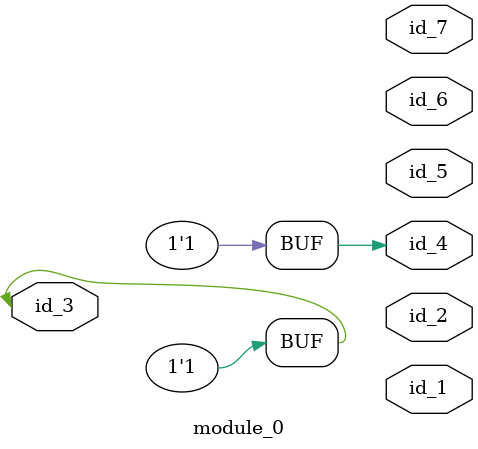
<source format=v>
module module_0 (
    id_1,
    id_2,
    id_3,
    id_4,
    id_5,
    id_6,
    id_7
);
  output id_7;
  output id_6;
  output id_5;
  output id_4;
  input id_3;
  output id_2;
  output id_1;
  assign id_4[1'b0] = id_3 ? 1 : id_3;
  assign id_3 = id_2 ? 1 : 1;
endmodule

</source>
